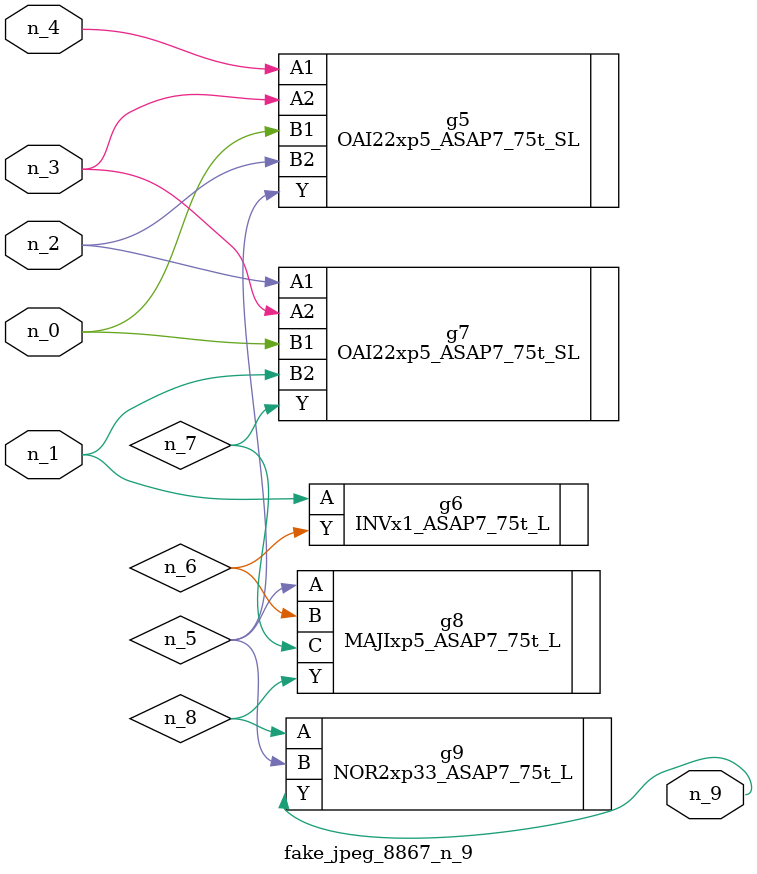
<source format=v>
module fake_jpeg_8867_n_9 (n_3, n_2, n_1, n_0, n_4, n_9);

input n_3;
input n_2;
input n_1;
input n_0;
input n_4;

output n_9;

wire n_8;
wire n_6;
wire n_5;
wire n_7;

OAI22xp5_ASAP7_75t_SL g5 ( 
.A1(n_4),
.A2(n_3),
.B1(n_0),
.B2(n_2),
.Y(n_5)
);

INVx1_ASAP7_75t_L g6 ( 
.A(n_1),
.Y(n_6)
);

OAI22xp5_ASAP7_75t_SL g7 ( 
.A1(n_2),
.A2(n_3),
.B1(n_0),
.B2(n_1),
.Y(n_7)
);

MAJIxp5_ASAP7_75t_L g8 ( 
.A(n_5),
.B(n_6),
.C(n_7),
.Y(n_8)
);

NOR2xp33_ASAP7_75t_L g9 ( 
.A(n_8),
.B(n_5),
.Y(n_9)
);


endmodule
</source>
